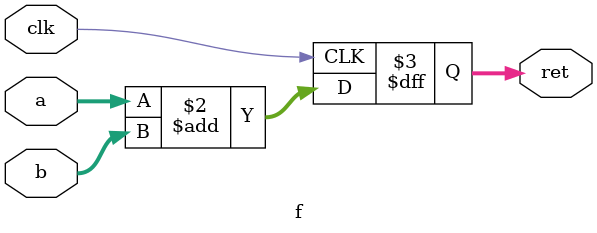
<source format=v>
module f(input clk, input [31:0] a, input [31:0] b, output reg [31:0] ret);

always @(posedge clk)
	ret <= a + b;

endmodule : f
</source>
